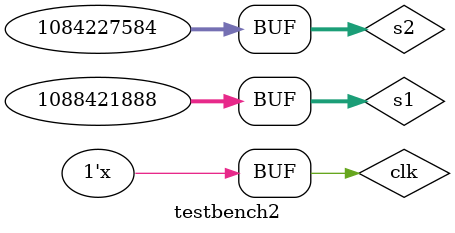
<source format=v>
`timescale 1ns / 1ps


module testbench2();
    reg clk = 0;
    always #10 clk = ~clk;
    /*
    reg [31:0] a = 32'b00111101110011001100110011001101;
    wire [31:0] res;
    wire err;
    
    mycalc calc(
        .x(a),
        .res(res),
        .err(err)
    );
    */
    reg [31:0] s1 = 32'b01000000111000000000000000000000; //32'b0_10000011_00110001111110011101001;
    reg [31:0] s2 = 32'b01000000101000000000000000000000; //32'b0_10000001_01001110111001001011100;
    /*
    wire [31:0] res1;
    //wire [24:0] mant;
    mysum sum(
        .a(s1),
        .b(s2), 
        .res(res1)
    );
    
    wire res3;
    wire [4:0] lst;
    wire [7:0] clc;
    checkfr check(
        .num(s2),
        .lst(lst),
        .res(res3),
        .calc(clc)
    );
    */
    //wire [4:0] carry;
    wire [31:0] res2;
    mydel del(
        .n(s1),
        .x(s2),
        .clk(clk),
        .res(res2)
    );
endmodule

</source>
